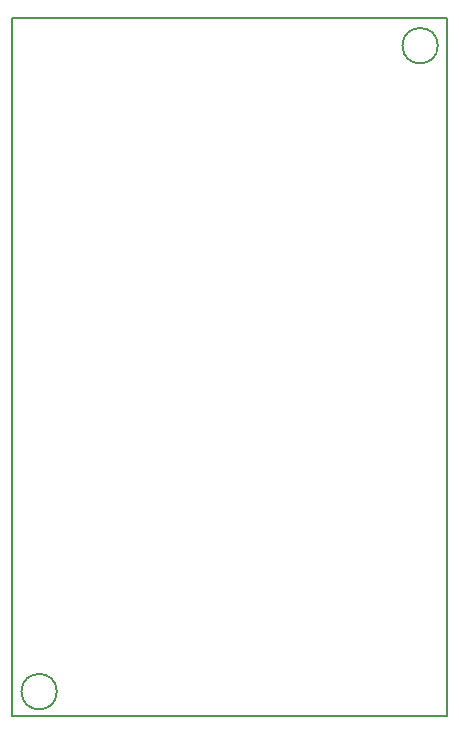
<source format=gbr>
%TF.GenerationSoftware,KiCad,Pcbnew,(6.0.4)*%
%TF.CreationDate,2022-08-05T18:27:13+05:30*%
%TF.ProjectId,led_web,6c65645f-7765-4622-9e6b-696361645f70,v1*%
%TF.SameCoordinates,Original*%
%TF.FileFunction,Profile,NP*%
%FSLAX46Y46*%
G04 Gerber Fmt 4.6, Leading zero omitted, Abs format (unit mm)*
G04 Created by KiCad (PCBNEW (6.0.4)) date 2022-08-05 18:27:13*
%MOMM*%
%LPD*%
G01*
G04 APERTURE LIST*
%TA.AperFunction,Profile*%
%ADD10C,0.200000*%
%TD*%
G04 APERTURE END LIST*
D10*
X137009000Y-114554000D02*
G75*
G03*
X137009000Y-114554000I-1500000J0D01*
G01*
X169267000Y-59864000D02*
G75*
G03*
X169267000Y-59864000I-1500000J0D01*
G01*
X133223000Y-116642007D02*
X170053000Y-116642007D01*
X170053000Y-116642007D02*
X170053000Y-57531000D01*
X170053000Y-57531000D02*
X133223000Y-57531000D01*
X133223000Y-57531000D02*
X133223000Y-116642007D01*
M02*

</source>
